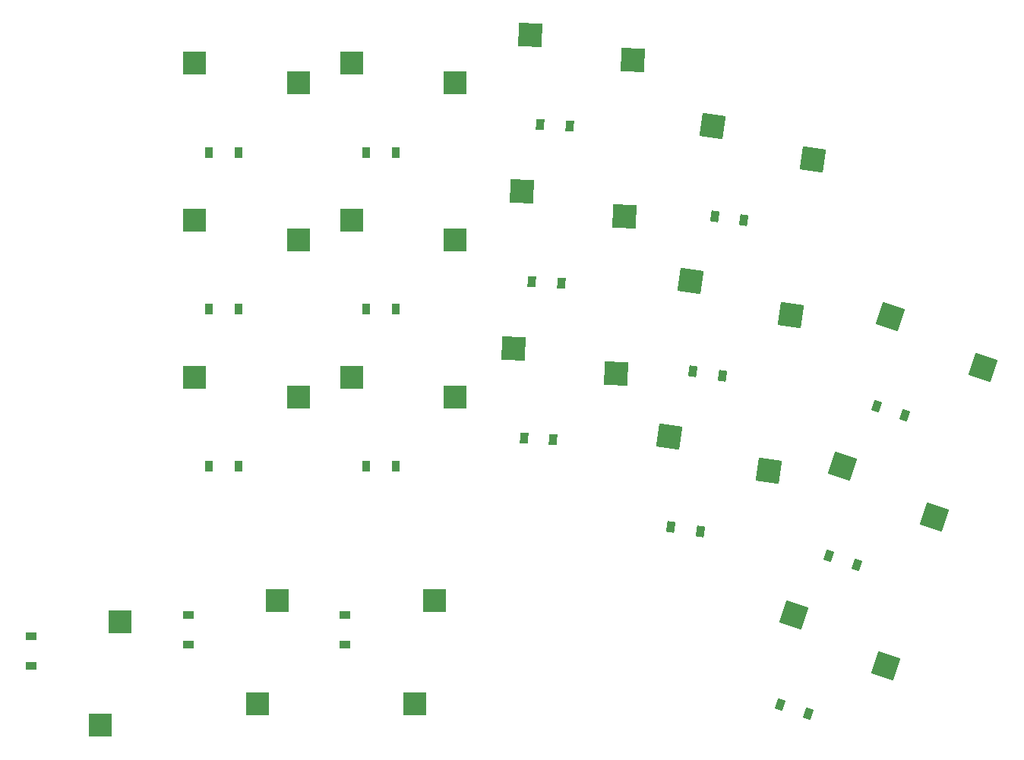
<source format=gbp>
G04 #@! TF.GenerationSoftware,KiCad,Pcbnew,8.0.7*
G04 #@! TF.CreationDate,2024-12-21T19:49:35+01:00*
G04 #@! TF.ProjectId,mint36tt_rev02_R,6d696e74-3336-4747-945f-72657630325f,0.2*
G04 #@! TF.SameCoordinates,Original*
G04 #@! TF.FileFunction,Paste,Bot*
G04 #@! TF.FilePolarity,Positive*
%FSLAX46Y46*%
G04 Gerber Fmt 4.6, Leading zero omitted, Abs format (unit mm)*
G04 Created by KiCad (PCBNEW 8.0.7) date 2024-12-21 19:49:35*
%MOMM*%
%LPD*%
G01*
G04 APERTURE LIST*
G04 Aperture macros list*
%AMRotRect*
0 Rectangle, with rotation*
0 The origin of the aperture is its center*
0 $1 length*
0 $2 width*
0 $3 Rotation angle, in degrees counterclockwise*
0 Add horizontal line*
21,1,$1,$2,0,0,$3*%
G04 Aperture macros list end*
%ADD10RotRect,2.600000X2.600000X270.000001*%
%ADD11RotRect,2.600000X2.600000X342.000000*%
%ADD12R,0.900000X1.200000*%
%ADD13RotRect,0.900000X1.200000X357.000000*%
%ADD14RotRect,2.600000X2.600000X352.000000*%
%ADD15RotRect,0.900000X1.200000X342.000000*%
%ADD16RotRect,2.600000X2.600000X357.000000*%
%ADD17R,2.600000X2.600000*%
%ADD18RotRect,0.900000X1.200000X352.000000*%
%ADD19RotRect,0.900000X1.200000X270.000001*%
G04 APERTURE END LIST*
D10*
X120725000Y-118300000D03*
X118525000Y-129850000D03*
D11*
X183666875Y-103307386D03*
X193971740Y-108968857D03*
D12*
X116425000Y-103325000D03*
X113125000Y-103325000D03*
D13*
X152397385Y-82879569D03*
X149101907Y-82706861D03*
D14*
X164360351Y-100017465D03*
X175491766Y-103803504D03*
D15*
X179868312Y-130935796D03*
X176729826Y-129916040D03*
D12*
X133925000Y-103325000D03*
X130625000Y-103325000D03*
D10*
X103225000Y-120675000D03*
X101025000Y-132225000D03*
D16*
X147083998Y-90161468D03*
X158503030Y-92962933D03*
D14*
X169231409Y-65358083D03*
X180362824Y-69144122D03*
D17*
X129000000Y-58375000D03*
X140550000Y-60575000D03*
D10*
X138225000Y-118300000D03*
X136025000Y-129850000D03*
D17*
X111500000Y-75875000D03*
X123050000Y-78075000D03*
D18*
X167852648Y-110556061D03*
X164584764Y-110096789D03*
D16*
X148915756Y-55209434D03*
X160334788Y-58010899D03*
D17*
X129000000Y-93375000D03*
X140550000Y-95575000D03*
D11*
X189074673Y-86663896D03*
X199379538Y-92325367D03*
D14*
X166795880Y-82687774D03*
X177927295Y-86473813D03*
D11*
X178259078Y-119950875D03*
X188563943Y-125612346D03*
D12*
X133925000Y-85825000D03*
X130625000Y-85825000D03*
X116425000Y-85825000D03*
X113125000Y-85825000D03*
D19*
X110775000Y-123225000D03*
X110775000Y-119925000D03*
D17*
X111500000Y-93375000D03*
X123050000Y-95575000D03*
D18*
X170288177Y-93226370D03*
X167020293Y-92767098D03*
X172723707Y-75896678D03*
X169455823Y-75437406D03*
D12*
X133925000Y-68325000D03*
X130625000Y-68325000D03*
D13*
X151481506Y-100355586D03*
X148186028Y-100182878D03*
X153313265Y-65403552D03*
X150017787Y-65230844D03*
D16*
X147999877Y-72685451D03*
X159418909Y-75486916D03*
D17*
X129000000Y-75875000D03*
X140550000Y-78075000D03*
D12*
X116425000Y-68325000D03*
X113125000Y-68325000D03*
D19*
X128275000Y-123225000D03*
X128275000Y-119925000D03*
D15*
X185276109Y-114292307D03*
X182137623Y-113272551D03*
D17*
X111500000Y-58375000D03*
X123050000Y-60575000D03*
D19*
X93275000Y-125600000D03*
X93275000Y-122300000D03*
D15*
X190683907Y-97648818D03*
X187545421Y-96629062D03*
M02*

</source>
